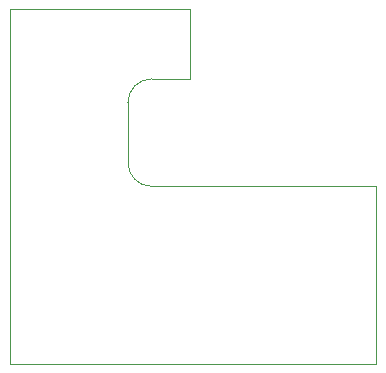
<source format=gm1>
G04 #@! TF.GenerationSoftware,KiCad,Pcbnew,(6.0.4)*
G04 #@! TF.CreationDate,2022-03-24T17:43:08+01:00*
G04 #@! TF.ProjectId,MT32pi-MiSTer,4d543332-7069-42d4-9d69-535465722e6b,rev?*
G04 #@! TF.SameCoordinates,Original*
G04 #@! TF.FileFunction,Profile,NP*
%FSLAX46Y46*%
G04 Gerber Fmt 4.6, Leading zero omitted, Abs format (unit mm)*
G04 Created by KiCad (PCBNEW (6.0.4)) date 2022-03-24 17:43:08*
%MOMM*%
%LPD*%
G01*
G04 APERTURE LIST*
G04 #@! TA.AperFunction,Profile*
%ADD10C,0.100000*%
G04 #@! TD*
G04 APERTURE END LIST*
D10*
X147500000Y-107500000D02*
X147500000Y-112500000D01*
X147500000Y-103500000D02*
X147500000Y-91100000D01*
X162800000Y-82500000D02*
X147500000Y-82500000D01*
X159500000Y-97500000D02*
X178500000Y-97500000D01*
X159500000Y-88400000D02*
X162800000Y-88400000D01*
X162800000Y-88400000D02*
X162800000Y-82500000D01*
X159500000Y-88400000D02*
G75*
G03*
X157500000Y-90400000I0J-2000000D01*
G01*
X147500000Y-112500000D02*
X178500000Y-112500000D01*
X178500000Y-112500000D02*
X178500000Y-97500000D01*
X157500000Y-90400000D02*
X157500000Y-95500000D01*
X157500000Y-95500000D02*
G75*
G03*
X159500000Y-97500000I2000000J0D01*
G01*
X147500000Y-87100000D02*
X147500000Y-82500000D01*
X147500000Y-87100000D02*
X147500000Y-91100000D01*
X147500000Y-103500000D02*
X147500000Y-107500000D01*
M02*

</source>
